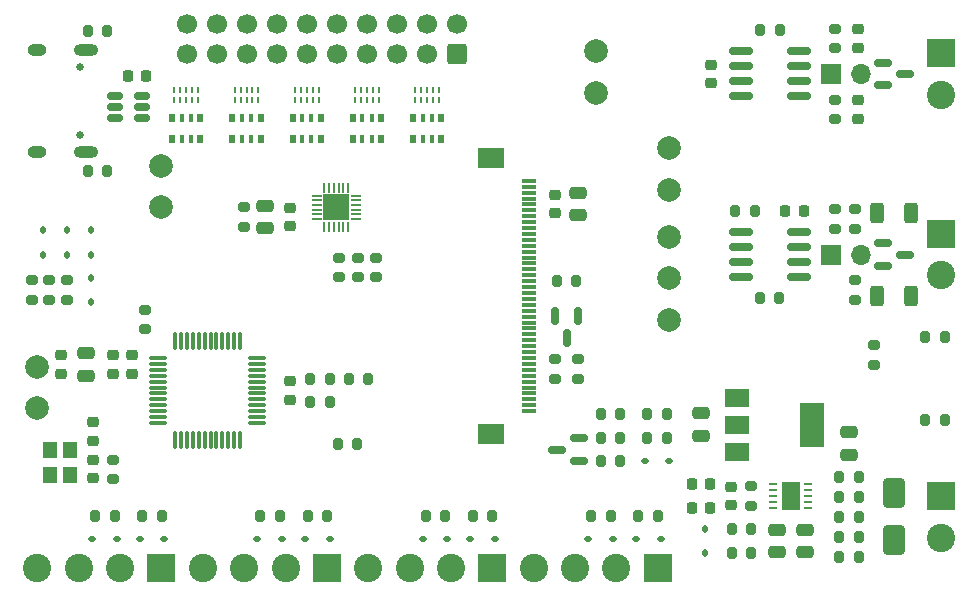
<source format=gts>
%TF.GenerationSoftware,KiCad,Pcbnew,7.0.2-1.fc37*%
%TF.CreationDate,2023-04-28T15:17:18+01:00*%
%TF.ProjectId,grblPANEL,6772626c-5041-44e4-954c-2e6b69636164,B*%
%TF.SameCoordinates,Original*%
%TF.FileFunction,Soldermask,Top*%
%TF.FilePolarity,Negative*%
%FSLAX46Y46*%
G04 Gerber Fmt 4.6, Leading zero omitted, Abs format (unit mm)*
G04 Created by KiCad (PCBNEW 7.0.2-1.fc37) date 2023-04-28 15:17:18*
%MOMM*%
%LPD*%
G01*
G04 APERTURE LIST*
G04 Aperture macros list*
%AMRoundRect*
0 Rectangle with rounded corners*
0 $1 Rounding radius*
0 $2 $3 $4 $5 $6 $7 $8 $9 X,Y pos of 4 corners*
0 Add a 4 corners polygon primitive as box body*
4,1,4,$2,$3,$4,$5,$6,$7,$8,$9,$2,$3,0*
0 Add four circle primitives for the rounded corners*
1,1,$1+$1,$2,$3*
1,1,$1+$1,$4,$5*
1,1,$1+$1,$6,$7*
1,1,$1+$1,$8,$9*
0 Add four rect primitives between the rounded corners*
20,1,$1+$1,$2,$3,$4,$5,0*
20,1,$1+$1,$4,$5,$6,$7,0*
20,1,$1+$1,$6,$7,$8,$9,0*
20,1,$1+$1,$8,$9,$2,$3,0*%
G04 Aperture macros list end*
%ADD10C,2.000000*%
%ADD11RoundRect,0.225000X-0.250000X0.225000X-0.250000X-0.225000X0.250000X-0.225000X0.250000X0.225000X0*%
%ADD12RoundRect,0.200000X-0.275000X0.200000X-0.275000X-0.200000X0.275000X-0.200000X0.275000X0.200000X0*%
%ADD13RoundRect,0.200000X0.275000X-0.200000X0.275000X0.200000X-0.275000X0.200000X-0.275000X-0.200000X0*%
%ADD14RoundRect,0.250000X-0.475000X0.250000X-0.475000X-0.250000X0.475000X-0.250000X0.475000X0.250000X0*%
%ADD15R,0.706399X0.254800*%
%ADD16R,1.600200X2.387600*%
%ADD17R,0.500000X0.800000*%
%ADD18R,0.400000X0.800000*%
%ADD19RoundRect,0.112500X-0.187500X-0.112500X0.187500X-0.112500X0.187500X0.112500X-0.187500X0.112500X0*%
%ADD20R,0.250000X0.600000*%
%ADD21RoundRect,0.075000X-0.662500X-0.075000X0.662500X-0.075000X0.662500X0.075000X-0.662500X0.075000X0*%
%ADD22RoundRect,0.075000X-0.075000X-0.662500X0.075000X-0.662500X0.075000X0.662500X-0.075000X0.662500X0*%
%ADD23RoundRect,0.200000X-0.200000X-0.275000X0.200000X-0.275000X0.200000X0.275000X-0.200000X0.275000X0*%
%ADD24RoundRect,0.225000X0.250000X-0.225000X0.250000X0.225000X-0.250000X0.225000X-0.250000X-0.225000X0*%
%ADD25RoundRect,0.200000X0.200000X0.275000X-0.200000X0.275000X-0.200000X-0.275000X0.200000X-0.275000X0*%
%ADD26RoundRect,0.112500X0.112500X-0.187500X0.112500X0.187500X-0.112500X0.187500X-0.112500X-0.187500X0*%
%ADD27R,1.300000X0.300000*%
%ADD28R,2.200000X1.800000*%
%ADD29RoundRect,0.250000X0.475000X-0.250000X0.475000X0.250000X-0.475000X0.250000X-0.475000X-0.250000X0*%
%ADD30RoundRect,0.150000X-0.825000X-0.150000X0.825000X-0.150000X0.825000X0.150000X-0.825000X0.150000X0*%
%ADD31RoundRect,0.050000X-0.349999X0.050000X-0.349999X-0.050000X0.349999X-0.050000X0.349999X0.050000X0*%
%ADD32RoundRect,0.050000X0.050000X0.349999X-0.050000X0.349999X-0.050000X-0.349999X0.050000X-0.349999X0*%
%ADD33R,2.200000X2.200000*%
%ADD34RoundRect,0.250000X-0.312500X-0.625000X0.312500X-0.625000X0.312500X0.625000X-0.312500X0.625000X0*%
%ADD35RoundRect,0.150000X-0.587500X-0.150000X0.587500X-0.150000X0.587500X0.150000X-0.587500X0.150000X0*%
%ADD36R,1.200000X1.400000*%
%ADD37RoundRect,0.112500X0.187500X0.112500X-0.187500X0.112500X-0.187500X-0.112500X0.187500X-0.112500X0*%
%ADD38RoundRect,0.150000X0.512500X0.150000X-0.512500X0.150000X-0.512500X-0.150000X0.512500X-0.150000X0*%
%ADD39RoundRect,0.225000X0.225000X0.250000X-0.225000X0.250000X-0.225000X-0.250000X0.225000X-0.250000X0*%
%ADD40RoundRect,0.250000X-0.650000X1.000000X-0.650000X-1.000000X0.650000X-1.000000X0.650000X1.000000X0*%
%ADD41RoundRect,0.112500X-0.112500X0.187500X-0.112500X-0.187500X0.112500X-0.187500X0.112500X0.187500X0*%
%ADD42RoundRect,0.150000X0.587500X0.150000X-0.587500X0.150000X-0.587500X-0.150000X0.587500X-0.150000X0*%
%ADD43R,2.000000X1.500000*%
%ADD44R,2.000000X3.800000*%
%ADD45RoundRect,0.218750X0.256250X-0.218750X0.256250X0.218750X-0.256250X0.218750X-0.256250X-0.218750X0*%
%ADD46RoundRect,0.225000X-0.225000X-0.250000X0.225000X-0.250000X0.225000X0.250000X-0.225000X0.250000X0*%
%ADD47RoundRect,0.150000X-0.150000X0.587500X-0.150000X-0.587500X0.150000X-0.587500X0.150000X0.587500X0*%
%ADD48R,2.400000X2.400000*%
%ADD49C,2.400000*%
%ADD50R,1.700000X1.700000*%
%ADD51O,1.700000X1.700000*%
%ADD52C,0.650000*%
%ADD53O,1.600000X1.000000*%
%ADD54O,2.100000X1.000000*%
%ADD55RoundRect,0.250000X0.600000X-0.600000X0.600000X0.600000X-0.600000X0.600000X-0.600000X-0.600000X0*%
%ADD56C,1.700000*%
G04 APERTURE END LIST*
D10*
X161000000Y-100500000D03*
D11*
X115500000Y-107025000D03*
X115500000Y-108575000D03*
D12*
X134600000Y-98750000D03*
X134600000Y-100400000D03*
D13*
X178300000Y-107825000D03*
X178300000Y-106175000D03*
D14*
X170100000Y-121800000D03*
X170100000Y-123700000D03*
D15*
X172779500Y-119950001D03*
X172779500Y-119449999D03*
X172779500Y-118950000D03*
X172779500Y-118450001D03*
X172779500Y-117949999D03*
X169787100Y-117949999D03*
X169787100Y-118450001D03*
X169787100Y-118950000D03*
X169787100Y-119449999D03*
X169787100Y-119950001D03*
D16*
X171283300Y-118950000D03*
D17*
X131500000Y-86900000D03*
D18*
X130700000Y-86900000D03*
X129900000Y-86900000D03*
D17*
X129100000Y-86900000D03*
X129100000Y-88700000D03*
D18*
X129900000Y-88700000D03*
X130700000Y-88700000D03*
D17*
X131500000Y-88700000D03*
D19*
X158900000Y-116000000D03*
X161000000Y-116000000D03*
D17*
X136600000Y-86900000D03*
D18*
X135800000Y-86900000D03*
X135000000Y-86900000D03*
D17*
X134200000Y-86900000D03*
X134200000Y-88700000D03*
D18*
X135000000Y-88700000D03*
X135800000Y-88700000D03*
D17*
X136600000Y-88700000D03*
D12*
X116600000Y-103175000D03*
X116600000Y-104825000D03*
D10*
X154800000Y-81300000D03*
D20*
X131300000Y-84575000D03*
X130800000Y-84575000D03*
X130300000Y-84575000D03*
X129800000Y-84575000D03*
X129300000Y-84575000D03*
X129300000Y-85425000D03*
X129800000Y-85425000D03*
X130300000Y-85425000D03*
X130800000Y-85425000D03*
X131300000Y-85425000D03*
D12*
X175000000Y-85375000D03*
X175000000Y-87025000D03*
X136200000Y-98750000D03*
X136200000Y-100400000D03*
D10*
X161000000Y-97000000D03*
D21*
X117737500Y-107250000D03*
X117737500Y-107750000D03*
X117737500Y-108250000D03*
X117737500Y-108750000D03*
X117737500Y-109250000D03*
X117737500Y-109750000D03*
X117737500Y-110250000D03*
X117737500Y-110750000D03*
X117737500Y-111250000D03*
X117737500Y-111750000D03*
X117737500Y-112250000D03*
X117737500Y-112750000D03*
D22*
X119150000Y-114162500D03*
X119650000Y-114162500D03*
X120150000Y-114162500D03*
X120650000Y-114162500D03*
X121150000Y-114162500D03*
X121650000Y-114162500D03*
X122150000Y-114162500D03*
X122650000Y-114162500D03*
X123150000Y-114162500D03*
X123650000Y-114162500D03*
X124150000Y-114162500D03*
X124650000Y-114162500D03*
D21*
X126062500Y-112750000D03*
X126062500Y-112250000D03*
X126062500Y-111750000D03*
X126062500Y-111250000D03*
X126062500Y-110750000D03*
X126062500Y-110250000D03*
X126062500Y-109750000D03*
X126062500Y-109250000D03*
X126062500Y-108750000D03*
X126062500Y-108250000D03*
X126062500Y-107750000D03*
X126062500Y-107250000D03*
D22*
X124650000Y-105837500D03*
X124150000Y-105837500D03*
X123650000Y-105837500D03*
X123150000Y-105837500D03*
X122650000Y-105837500D03*
X122150000Y-105837500D03*
X121650000Y-105837500D03*
X121150000Y-105837500D03*
X120650000Y-105837500D03*
X120150000Y-105837500D03*
X119650000Y-105837500D03*
X119150000Y-105837500D03*
D23*
X159125000Y-114000000D03*
X160775000Y-114000000D03*
D24*
X164500000Y-83975000D03*
X164500000Y-82425000D03*
D13*
X125000000Y-96125000D03*
X125000000Y-94475000D03*
D23*
X155175000Y-112000000D03*
X156825000Y-112000000D03*
D25*
X167925000Y-121750000D03*
X166275000Y-121750000D03*
D12*
X151300000Y-107375000D03*
X151300000Y-109025000D03*
D25*
X177025000Y-120700000D03*
X175375000Y-120700000D03*
D12*
X133000000Y-98750000D03*
X133000000Y-100400000D03*
D23*
X112375000Y-120600000D03*
X114025000Y-120600000D03*
D12*
X175000000Y-79375000D03*
X175000000Y-81025000D03*
X110000000Y-100675000D03*
X110000000Y-102325000D03*
D26*
X108000000Y-98550000D03*
X108000000Y-96450000D03*
D20*
X126200000Y-84575000D03*
X125700000Y-84575000D03*
X125200000Y-84575000D03*
X124700000Y-84575000D03*
X124200000Y-84575000D03*
X124200000Y-85425000D03*
X124700000Y-85425000D03*
X125200000Y-85425000D03*
X125700000Y-85425000D03*
X126200000Y-85425000D03*
D25*
X118025000Y-120600000D03*
X116375000Y-120600000D03*
X156825000Y-114000000D03*
X155175000Y-114000000D03*
X168225000Y-94800000D03*
X166575000Y-94800000D03*
D27*
X149150000Y-92250000D03*
X149150000Y-92750000D03*
X149150000Y-93250000D03*
X149150000Y-93750000D03*
X149150000Y-94250000D03*
X149150000Y-94750000D03*
X149150000Y-95250000D03*
X149150000Y-95750000D03*
X149150000Y-96250000D03*
X149150000Y-96750000D03*
X149150000Y-97250000D03*
X149150000Y-97750000D03*
X149150000Y-98250000D03*
X149150000Y-98750000D03*
X149150000Y-99250000D03*
X149150000Y-99750000D03*
X149150000Y-100250000D03*
X149150000Y-100750000D03*
X149150000Y-101250000D03*
X149150000Y-101750000D03*
X149150000Y-102250000D03*
X149150000Y-102750000D03*
X149150000Y-103250000D03*
X149150000Y-103750000D03*
X149150000Y-104250000D03*
X149150000Y-104750000D03*
X149150000Y-105250000D03*
X149150000Y-105750000D03*
X149150000Y-106250000D03*
X149150000Y-106750000D03*
X149150000Y-107250000D03*
X149150000Y-107750000D03*
X149150000Y-108250000D03*
X149150000Y-108750000D03*
X149150000Y-109250000D03*
X149150000Y-109750000D03*
X149150000Y-110250000D03*
X149150000Y-110750000D03*
X149150000Y-111250000D03*
X149150000Y-111750000D03*
D28*
X145900000Y-90350000D03*
X145900000Y-113650000D03*
D29*
X163700000Y-113850000D03*
X163700000Y-111950000D03*
D11*
X109500000Y-107025000D03*
X109500000Y-108575000D03*
D10*
X118000000Y-94500000D03*
D30*
X167025000Y-96595000D03*
X167025000Y-97865000D03*
X167025000Y-99135000D03*
X167025000Y-100405000D03*
X171975000Y-100405000D03*
X171975000Y-99135000D03*
X171975000Y-97865000D03*
X171975000Y-96595000D03*
D11*
X112200000Y-112700000D03*
X112200000Y-114250000D03*
D23*
X182675000Y-105500000D03*
X184325000Y-105500000D03*
D24*
X112200000Y-117450000D03*
X112200000Y-115900000D03*
D23*
X132925000Y-114500000D03*
X134575000Y-114500000D03*
D24*
X128900000Y-96075000D03*
X128900000Y-94525000D03*
D10*
X161000000Y-89500000D03*
D23*
X126375000Y-120600000D03*
X128025000Y-120600000D03*
X140375000Y-120600000D03*
X142025000Y-120600000D03*
D13*
X176700000Y-102325000D03*
X176700000Y-100675000D03*
D12*
X107000000Y-100675000D03*
X107000000Y-102325000D03*
D31*
X134449999Y-95500001D03*
X134449999Y-95099999D03*
X134449999Y-94700000D03*
X134449999Y-94300000D03*
X134449999Y-93900001D03*
X134449999Y-93499999D03*
D32*
X133800001Y-92850001D03*
X133399999Y-92850001D03*
X133000000Y-92850001D03*
X132600000Y-92850001D03*
X132200001Y-92850001D03*
X131799999Y-92850001D03*
D31*
X131150001Y-93499999D03*
X131150001Y-93900001D03*
X131150001Y-94300000D03*
X131150001Y-94700000D03*
X131150001Y-95099999D03*
X131150001Y-95500001D03*
D32*
X131799999Y-96149999D03*
X132200001Y-96149999D03*
X132600000Y-96149999D03*
X133000000Y-96149999D03*
X133399999Y-96149999D03*
X133800001Y-96149999D03*
D33*
X132800000Y-94500000D03*
D34*
X178537500Y-102000000D03*
X181462500Y-102000000D03*
D14*
X172500000Y-121800000D03*
X172500000Y-123700000D03*
D34*
X178537500Y-95000000D03*
X181462500Y-95000000D03*
D35*
X179062500Y-82250000D03*
X179062500Y-84150000D03*
X180937500Y-83200000D03*
D36*
X110250000Y-117200000D03*
X110250000Y-115000000D03*
X108550000Y-115000000D03*
X108550000Y-117200000D03*
D12*
X176700000Y-94675000D03*
X176700000Y-96325000D03*
D13*
X153300000Y-109025000D03*
X153300000Y-107375000D03*
D23*
X154375000Y-120600000D03*
X156025000Y-120600000D03*
D37*
X132250000Y-122600000D03*
X130150000Y-122600000D03*
D25*
X170325000Y-79450000D03*
X168675000Y-79450000D03*
D19*
X140100000Y-122600000D03*
X142200000Y-122600000D03*
D12*
X167900000Y-118125000D03*
X167900000Y-119775000D03*
D13*
X175000000Y-96325000D03*
X175000000Y-94675000D03*
D23*
X111775000Y-79600000D03*
X113425000Y-79600000D03*
D17*
X121300000Y-86900000D03*
D18*
X120500000Y-86900000D03*
X119700000Y-86900000D03*
D17*
X118900000Y-86900000D03*
X118900000Y-88700000D03*
D18*
X119700000Y-88700000D03*
X120500000Y-88700000D03*
D17*
X121300000Y-88700000D03*
D30*
X167025000Y-81295000D03*
X167025000Y-82565000D03*
X167025000Y-83835000D03*
X167025000Y-85105000D03*
X171975000Y-85105000D03*
X171975000Y-83835000D03*
X171975000Y-82565000D03*
X171975000Y-81295000D03*
D23*
X175375000Y-119000000D03*
X177025000Y-119000000D03*
D38*
X116337500Y-86950000D03*
X116337500Y-86000000D03*
X116337500Y-85050000D03*
X114062500Y-85050000D03*
X114062500Y-86000000D03*
X114062500Y-86950000D03*
D20*
X121100000Y-84575000D03*
X120600000Y-84575000D03*
X120100000Y-84575000D03*
X119600000Y-84575000D03*
X119100000Y-84575000D03*
X119100000Y-85425000D03*
X119600000Y-85425000D03*
X120100000Y-85425000D03*
X120600000Y-85425000D03*
X121100000Y-85425000D03*
D26*
X110000000Y-98550000D03*
X110000000Y-96450000D03*
D11*
X128900000Y-109225000D03*
X128900000Y-110775000D03*
D39*
X164475000Y-117937500D03*
X162925000Y-117937500D03*
D24*
X151300000Y-94975000D03*
X151300000Y-93425000D03*
D40*
X180000000Y-118700000D03*
X180000000Y-122700000D03*
D26*
X112000000Y-98550000D03*
X112000000Y-96450000D03*
D14*
X176200000Y-113550000D03*
X176200000Y-115450000D03*
D39*
X116675000Y-83400000D03*
X115125000Y-83400000D03*
D24*
X177000000Y-80975000D03*
X177000000Y-79425000D03*
D23*
X175375000Y-122400000D03*
X177025000Y-122400000D03*
D37*
X118250000Y-122600000D03*
X116150000Y-122600000D03*
D23*
X130575000Y-109000000D03*
X132225000Y-109000000D03*
X159125000Y-112000000D03*
X160775000Y-112000000D03*
D11*
X113900000Y-107025000D03*
X113900000Y-108575000D03*
D25*
X146025000Y-120600000D03*
X144375000Y-120600000D03*
D41*
X164000000Y-121700000D03*
X164000000Y-123800000D03*
D42*
X153325000Y-115950000D03*
X153325000Y-114050000D03*
X151450000Y-115000000D03*
D24*
X177000000Y-86975000D03*
X177000000Y-85425000D03*
D25*
X170285000Y-102200000D03*
X168635000Y-102200000D03*
D10*
X161000000Y-93000000D03*
D29*
X126800000Y-96250000D03*
X126800000Y-94350000D03*
D25*
X177025000Y-124100000D03*
X175375000Y-124100000D03*
D20*
X141500000Y-84575000D03*
X141000000Y-84575000D03*
X140500000Y-84575000D03*
X140000000Y-84575000D03*
X139500000Y-84575000D03*
X139500000Y-85425000D03*
X140000000Y-85425000D03*
X140500000Y-85425000D03*
X141000000Y-85425000D03*
X141500000Y-85425000D03*
D23*
X130575000Y-111000000D03*
X132225000Y-111000000D03*
D43*
X166750000Y-110600000D03*
X166750000Y-112900000D03*
D44*
X173050000Y-112900000D03*
D43*
X166750000Y-115200000D03*
D17*
X126400000Y-86900000D03*
D18*
X125600000Y-86900000D03*
X124800000Y-86900000D03*
D17*
X124000000Y-86900000D03*
X124000000Y-88700000D03*
D18*
X124800000Y-88700000D03*
X125600000Y-88700000D03*
D17*
X126400000Y-88700000D03*
D14*
X111600000Y-106850000D03*
X111600000Y-108750000D03*
D19*
X154150000Y-122600000D03*
X156250000Y-122600000D03*
D10*
X154800000Y-84800000D03*
D35*
X179062500Y-97550000D03*
X179062500Y-99450000D03*
X180937500Y-98500000D03*
D41*
X112000000Y-100450000D03*
X112000000Y-102550000D03*
D19*
X126100000Y-122600000D03*
X128200000Y-122600000D03*
D23*
X175375000Y-117300000D03*
X177025000Y-117300000D03*
D25*
X167925000Y-123750000D03*
X166275000Y-123750000D03*
D37*
X146250000Y-122600000D03*
X144150000Y-122600000D03*
D23*
X133875000Y-109000000D03*
X135525000Y-109000000D03*
D45*
X166200000Y-119725000D03*
X166200000Y-118150000D03*
D39*
X164475000Y-119937500D03*
X162925000Y-119937500D03*
D29*
X153300000Y-95150000D03*
X153300000Y-93250000D03*
D25*
X156825000Y-116000000D03*
X155175000Y-116000000D03*
D17*
X141700000Y-86900000D03*
D18*
X140900000Y-86900000D03*
X140100000Y-86900000D03*
D17*
X139300000Y-86900000D03*
X139300000Y-88700000D03*
D18*
X140100000Y-88700000D03*
X140900000Y-88700000D03*
D17*
X141700000Y-88700000D03*
D25*
X184325000Y-112500000D03*
X182675000Y-112500000D03*
D12*
X108500000Y-100675000D03*
X108500000Y-102325000D03*
D10*
X118000000Y-91000000D03*
D12*
X113900000Y-115850000D03*
X113900000Y-117500000D03*
D46*
X170825000Y-94800000D03*
X172375000Y-94800000D03*
D25*
X160025000Y-120600000D03*
X158375000Y-120600000D03*
D23*
X111775000Y-91400000D03*
X113425000Y-91400000D03*
D10*
X161000000Y-104000000D03*
D47*
X153250000Y-103662500D03*
X151350000Y-103662500D03*
X152300000Y-105537500D03*
D25*
X132025000Y-120600000D03*
X130375000Y-120600000D03*
D37*
X160250000Y-122600000D03*
X158150000Y-122600000D03*
D19*
X112150000Y-122600000D03*
X114250000Y-122600000D03*
D25*
X153125000Y-100700000D03*
X151475000Y-100700000D03*
D20*
X136400000Y-84575000D03*
X135900000Y-84575000D03*
X135400000Y-84575000D03*
X134900000Y-84575000D03*
X134400000Y-84575000D03*
X134400000Y-85425000D03*
X134900000Y-85425000D03*
X135400000Y-85425000D03*
X135900000Y-85425000D03*
X136400000Y-85425000D03*
D48*
X118000000Y-125000000D03*
D49*
X114500000Y-125000000D03*
X111000000Y-125000000D03*
X107500000Y-125000000D03*
D50*
X174710000Y-98500000D03*
D51*
X177250000Y-98500000D03*
D48*
X160000000Y-125000000D03*
D49*
X156500000Y-125000000D03*
X153000000Y-125000000D03*
X149500000Y-125000000D03*
D50*
X174725000Y-83200000D03*
D51*
X177265000Y-83200000D03*
D48*
X184000000Y-81450000D03*
D49*
X184000000Y-84950000D03*
D10*
X107500000Y-111500000D03*
X107500000Y-108000000D03*
D48*
X184000000Y-118950000D03*
D49*
X184000000Y-122450000D03*
D52*
X111100000Y-88390000D03*
X111100000Y-82610000D03*
D53*
X107450000Y-89820000D03*
D54*
X111630000Y-89820000D03*
D53*
X107450000Y-81180000D03*
D54*
X111630000Y-81180000D03*
D48*
X132000000Y-125000000D03*
D49*
X128500000Y-125000000D03*
X125000000Y-125000000D03*
X121500000Y-125000000D03*
D55*
X143000000Y-81500000D03*
D56*
X143000000Y-78960000D03*
X140460000Y-81500000D03*
X140460000Y-78960000D03*
X137920000Y-81500000D03*
X137920000Y-78960000D03*
X135380000Y-81500000D03*
X135380000Y-78960000D03*
X132840000Y-81500000D03*
X132840000Y-78960000D03*
X130300000Y-81500000D03*
X130300000Y-78960000D03*
X127760000Y-81500000D03*
X127760000Y-78960000D03*
X125220000Y-81500000D03*
X125220000Y-78960000D03*
X122680000Y-81500000D03*
X122680000Y-78960000D03*
X120140000Y-81500000D03*
X120140000Y-78960000D03*
D48*
X184000000Y-96750000D03*
D49*
X184000000Y-100250000D03*
D48*
X146000000Y-125000000D03*
D49*
X142500000Y-125000000D03*
X139000000Y-125000000D03*
X135500000Y-125000000D03*
M02*

</source>
